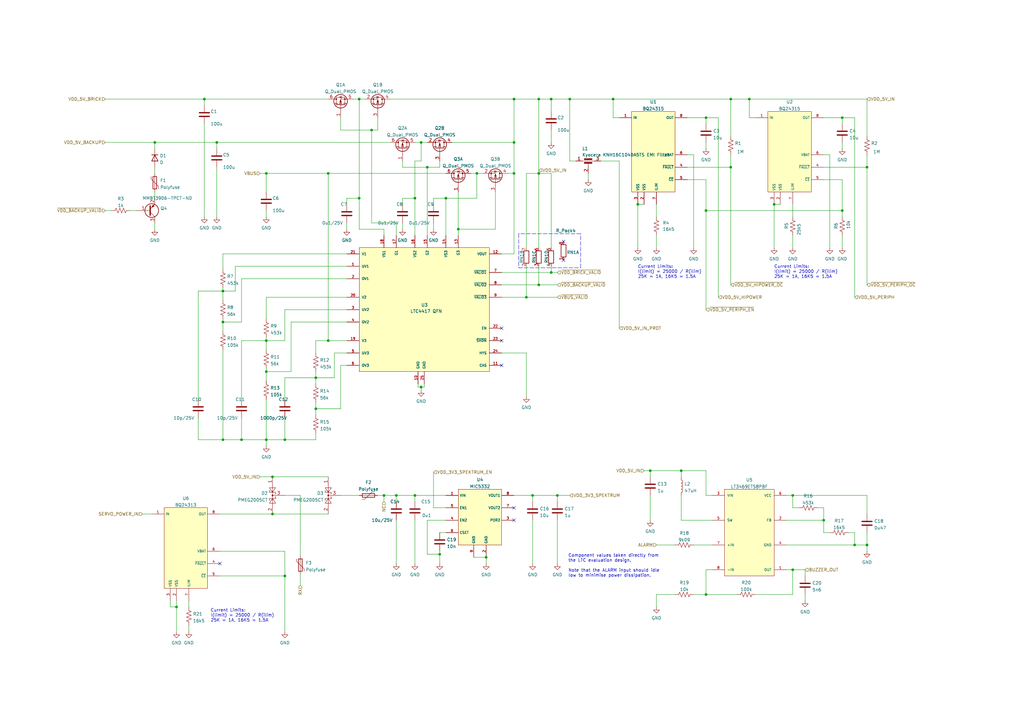
<source format=kicad_sch>
(kicad_sch (version 20211123) (generator eeschema)
  (paper "A3")
  (junction (at 109.22 180.34))
  (junction (at 210.82 40.64))
  (junction (at 345.44 48.26))
  (junction (at 152.4 53.34))
  (junction (at 299.72 40.64))
  (junction (at 88.9 58.42))
  (junction (at 220.98 40.64))
  (junction (at 109.22 139.7))
  (junction (at 307.34 40.64))
  (junction (at 187.96 93.98))
  (junction (at 147.32 40.64))
  (junction (at 355.6 68.58))
  (junction (at 91.44 132.08))
  (junction (at 172.72 158.75))
  (junction (at 170.18 81.28))
  (junction (at 129.54 154.94))
  (junction (at 134.62 71.12))
  (junction (at 226.06 111.76))
  (junction (at 345.44 86.36))
  (junction (at 111.76 210.82))
  (junction (at 220.98 71.12))
  (junction (at 109.22 71.12))
  (junction (at 325.12 233.68))
  (junction (at 226.06 40.64))
  (junction (at 172.72 58.42))
  (junction (at 215.9 121.92))
  (junction (at 63.5 58.42))
  (junction (at 233.68 40.64))
  (junction (at 91.44 119.38))
  (junction (at 289.56 243.84))
  (junction (at 182.88 81.28))
  (junction (at 116.84 180.34))
  (junction (at 337.82 213.36))
  (junction (at 289.56 86.36))
  (junction (at 220.98 116.84))
  (junction (at 111.76 195.58))
  (junction (at 228.6 203.2))
  (junction (at 175.26 68.58))
  (junction (at 162.56 203.2))
  (junction (at 129.54 167.64))
  (junction (at 251.46 40.64))
  (junction (at 109.22 152.4))
  (junction (at 91.44 180.34))
  (junction (at 289.56 48.26))
  (junction (at 170.18 203.2))
  (junction (at 72.39 248.92))
  (junction (at 195.58 71.12))
  (junction (at 299.72 68.58))
  (junction (at 99.06 180.34))
  (junction (at 210.82 71.12))
  (junction (at 261.62 83.82))
  (junction (at 134.62 139.7))
  (junction (at 147.32 81.28))
  (junction (at 157.48 203.2))
  (junction (at 350.52 223.52))
  (junction (at 279.4 193.04))
  (junction (at 116.84 236.22))
  (junction (at 317.5 83.82))
  (junction (at 355.6 223.52))
  (junction (at 266.7 193.04))
  (junction (at 83.82 40.64))
  (junction (at 180.34 227.33))
  (junction (at 199.39 228.6))
  (junction (at 210.82 58.42))
  (junction (at 218.44 203.2))
  (junction (at 325.12 203.2))
  (no_connect (at 231.14 99.06))
  (no_connect (at 231.14 106.68))
  (no_connect (at 90.17 231.14))
  (no_connect (at 210.82 208.28))
  (no_connect (at 210.82 213.36))
  (no_connect (at 205.74 134.62))
  (no_connect (at 205.74 139.7))
  (no_connect (at 205.74 149.86))
  (wire (pts (xy 129.54 167.64) (xy 129.54 170.18)))
  (wire (pts (xy 116.84 139.7) (xy 109.22 139.7)))
  (wire (pts (xy 170.18 205.74) (xy 170.18 203.2)))
  (wire (pts (xy 147.32 81.28) (xy 142.24 81.28)))
  (wire (pts (xy 264.16 193.04) (xy 266.7 193.04)))
  (wire (pts (xy 215.9 121.92) (xy 228.6 121.92)))
  (wire (pts (xy 90.17 210.82) (xy 111.76 210.82)))
  (wire (pts (xy 299.72 40.64) (xy 307.34 40.64)))
  (polyline (pts (xy 238.125 95.885) (xy 212.725 95.885)))
  (wire (pts (xy 330.2 236.22) (xy 330.2 233.68)))
  (wire (pts (xy 99.06 171.45) (xy 99.06 180.34)))
  (wire (pts (xy 279.4 193.04) (xy 289.56 193.04)))
  (wire (pts (xy 173.99 157.48) (xy 173.99 158.75)))
  (wire (pts (xy 175.26 213.36) (xy 175.26 227.33)))
  (wire (pts (xy 289.56 203.2) (xy 292.1 203.2)))
  (wire (pts (xy 294.64 48.26) (xy 294.64 121.92)))
  (wire (pts (xy 147.32 81.28) (xy 147.32 40.64)))
  (wire (pts (xy 91.44 110.49) (xy 91.44 104.14)))
  (wire (pts (xy 205.74 104.14) (xy 210.82 104.14)))
  (wire (pts (xy 345.44 58.42) (xy 345.44 60.96)))
  (wire (pts (xy 180.34 218.44) (xy 182.88 218.44)))
  (wire (pts (xy 109.22 139.7) (xy 109.22 143.51)))
  (wire (pts (xy 109.22 180.34) (xy 116.84 180.34)))
  (wire (pts (xy 139.7 149.86) (xy 139.7 167.64)))
  (wire (pts (xy 355.6 63.5) (xy 355.6 68.58)))
  (wire (pts (xy 172.72 58.42) (xy 175.26 58.42)))
  (wire (pts (xy 215.9 101.6) (xy 215.9 71.12)))
  (wire (pts (xy 330.2 233.68) (xy 325.12 233.68)))
  (wire (pts (xy 180.34 227.33) (xy 180.34 231.14)))
  (wire (pts (xy 162.56 213.36) (xy 162.56 231.14)))
  (wire (pts (xy 177.8 91.44) (xy 177.8 93.98)))
  (wire (pts (xy 218.44 213.36) (xy 218.44 231.14)))
  (wire (pts (xy 123.19 203.2) (xy 116.84 203.2)))
  (wire (pts (xy 137.16 154.94) (xy 129.54 154.94)))
  (wire (pts (xy 99.06 139.7) (xy 99.06 163.83)))
  (wire (pts (xy 284.48 63.5) (xy 281.94 63.5)))
  (wire (pts (xy 72.39 248.92) (xy 72.39 259.08)))
  (wire (pts (xy 96.52 109.22) (xy 142.24 109.22)))
  (wire (pts (xy 345.44 48.26) (xy 337.82 48.26)))
  (wire (pts (xy 320.04 83.82) (xy 317.5 83.82)))
  (wire (pts (xy 226.06 45.72) (xy 226.06 40.64)))
  (wire (pts (xy 142.24 144.78) (xy 137.16 144.78)))
  (wire (pts (xy 172.72 58.42) (xy 172.72 66.04)))
  (wire (pts (xy 53.34 86.36) (xy 55.88 86.36)))
  (wire (pts (xy 289.56 86.36) (xy 289.56 127)))
  (wire (pts (xy 205.74 111.76) (xy 226.06 111.76)))
  (wire (pts (xy 289.56 48.26) (xy 281.94 48.26)))
  (wire (pts (xy 279.4 193.04) (xy 279.4 195.58)))
  (wire (pts (xy 226.06 40.64) (xy 220.98 40.64)))
  (wire (pts (xy 144.78 40.64) (xy 147.32 40.64)))
  (wire (pts (xy 220.98 116.84) (xy 228.6 116.84)))
  (wire (pts (xy 330.2 243.84) (xy 330.2 246.38)))
  (wire (pts (xy 218.44 203.2) (xy 210.82 203.2)))
  (wire (pts (xy 254 48.26) (xy 251.46 48.26)))
  (wire (pts (xy 83.82 40.64) (xy 83.82 43.18)))
  (wire (pts (xy 182.88 81.28) (xy 182.88 96.52)))
  (wire (pts (xy 152.4 91.44) (xy 162.56 91.44)))
  (wire (pts (xy 355.6 203.2) (xy 325.12 203.2)))
  (wire (pts (xy 266.7 193.04) (xy 279.4 193.04)))
  (wire (pts (xy 182.88 81.28) (xy 195.58 81.28)))
  (wire (pts (xy 309.88 48.26) (xy 307.34 48.26)))
  (wire (pts (xy 157.48 203.2) (xy 154.94 203.2)))
  (wire (pts (xy 142.24 81.28) (xy 142.24 83.82)))
  (wire (pts (xy 215.9 144.78) (xy 205.74 144.78)))
  (wire (pts (xy 317.5 83.82) (xy 317.5 101.6)))
  (wire (pts (xy 292.1 213.36) (xy 279.4 213.36)))
  (wire (pts (xy 142.24 127) (xy 116.84 127)))
  (wire (pts (xy 43.18 86.36) (xy 45.72 86.36)))
  (wire (pts (xy 355.6 210.82) (xy 355.6 203.2)))
  (wire (pts (xy 194.31 228.6) (xy 199.39 228.6)))
  (wire (pts (xy 226.06 111.76) (xy 226.06 109.22)))
  (wire (pts (xy 228.6 203.2) (xy 228.6 205.74)))
  (polyline (pts (xy 238.125 109.855) (xy 238.125 95.885)))
  (wire (pts (xy 142.24 149.86) (xy 139.7 149.86)))
  (wire (pts (xy 171.45 157.48) (xy 171.45 158.75)))
  (wire (pts (xy 129.54 180.34) (xy 116.84 180.34)))
  (wire (pts (xy 210.82 58.42) (xy 210.82 40.64)))
  (wire (pts (xy 157.48 93.98) (xy 147.32 93.98)))
  (wire (pts (xy 109.22 71.12) (xy 134.62 71.12)))
  (wire (pts (xy 325.12 208.28) (xy 325.12 203.2)))
  (wire (pts (xy 205.74 121.92) (xy 215.9 121.92)))
  (wire (pts (xy 88.9 58.42) (xy 160.02 58.42)))
  (wire (pts (xy 116.84 163.83) (xy 116.84 154.94)))
  (wire (pts (xy 123.19 240.03) (xy 123.19 235.585)))
  (wire (pts (xy 322.58 213.36) (xy 337.82 213.36)))
  (wire (pts (xy 269.24 83.82) (xy 269.24 88.9)))
  (wire (pts (xy 116.84 171.45) (xy 116.84 180.34)))
  (wire (pts (xy 269.24 243.84) (xy 276.86 243.84)))
  (wire (pts (xy 340.36 101.6) (xy 340.36 63.5)))
  (wire (pts (xy 109.22 180.34) (xy 109.22 182.88)))
  (wire (pts (xy 63.5 91.44) (xy 63.5 93.98)))
  (wire (pts (xy 215.9 71.12) (xy 220.98 71.12)))
  (wire (pts (xy 187.96 78.74) (xy 187.96 93.98)))
  (wire (pts (xy 109.22 138.43) (xy 109.22 139.7)))
  (wire (pts (xy 236.22 66.04) (xy 233.68 66.04)))
  (wire (pts (xy 307.34 48.26) (xy 307.34 40.64)))
  (wire (pts (xy 170.18 96.52) (xy 170.18 81.28)))
  (wire (pts (xy 177.8 193.675) (xy 177.8 208.28)))
  (wire (pts (xy 81.28 163.83) (xy 81.28 119.38)))
  (wire (pts (xy 233.68 40.64) (xy 251.46 40.64)))
  (wire (pts (xy 289.56 48.26) (xy 294.64 48.26)))
  (wire (pts (xy 152.4 53.34) (xy 139.7 53.34)))
  (wire (pts (xy 327.66 208.28) (xy 325.12 208.28)))
  (wire (pts (xy 284.48 243.84) (xy 289.56 243.84)))
  (wire (pts (xy 289.56 233.68) (xy 292.1 233.68)))
  (wire (pts (xy 69.85 248.92) (xy 72.39 248.92)))
  (wire (pts (xy 233.68 203.2) (xy 228.6 203.2)))
  (wire (pts (xy 134.62 71.12) (xy 134.62 139.7)))
  (wire (pts (xy 170.18 203.2) (xy 182.88 203.2)))
  (wire (pts (xy 147.32 40.64) (xy 149.86 40.64)))
  (wire (pts (xy 91.44 132.08) (xy 91.44 135.89)))
  (wire (pts (xy 99.06 114.3) (xy 142.24 114.3)))
  (wire (pts (xy 345.44 73.66) (xy 345.44 86.36)))
  (wire (pts (xy 63.5 58.42) (xy 88.9 58.42)))
  (wire (pts (xy 119.38 152.4) (xy 109.22 152.4)))
  (wire (pts (xy 91.44 180.34) (xy 99.06 180.34)))
  (wire (pts (xy 325.12 233.68) (xy 322.58 233.68)))
  (wire (pts (xy 129.54 139.7) (xy 134.62 139.7)))
  (wire (pts (xy 355.6 55.88) (xy 355.6 40.64)))
  (wire (pts (xy 345.44 86.36) (xy 345.44 88.9)))
  (wire (pts (xy 289.56 193.04) (xy 289.56 203.2)))
  (wire (pts (xy 170.18 58.42) (xy 172.72 58.42)))
  (wire (pts (xy 199.39 228.6) (xy 199.39 231.14)))
  (wire (pts (xy 154.94 48.26) (xy 154.94 53.34)))
  (wire (pts (xy 99.06 132.08) (xy 99.06 114.3)))
  (wire (pts (xy 289.56 243.84) (xy 289.56 233.68)))
  (wire (pts (xy 129.54 165.1) (xy 129.54 167.64)))
  (wire (pts (xy 215.9 121.92) (xy 215.9 109.22)))
  (wire (pts (xy 347.98 218.44) (xy 350.52 218.44)))
  (wire (pts (xy 58.42 210.82) (xy 62.23 210.82)))
  (wire (pts (xy 210.82 71.12) (xy 210.82 104.14)))
  (wire (pts (xy 337.82 73.66) (xy 345.44 73.66)))
  (wire (pts (xy 246.38 66.04) (xy 254 66.04)))
  (wire (pts (xy 193.04 71.12) (xy 195.58 71.12)))
  (wire (pts (xy 116.84 259.08) (xy 116.84 236.22)))
  (wire (pts (xy 220.98 71.12) (xy 220.98 101.6)))
  (wire (pts (xy 177.8 83.82) (xy 177.8 81.28)))
  (wire (pts (xy 203.2 78.74) (xy 203.2 93.98)))
  (wire (pts (xy 187.96 93.98) (xy 187.96 96.52)))
  (wire (pts (xy 289.56 86.36) (xy 345.44 86.36)))
  (wire (pts (xy 134.62 139.7) (xy 142.24 139.7)))
  (wire (pts (xy 175.26 68.58) (xy 180.34 68.58)))
  (wire (pts (xy 81.28 119.38) (xy 91.44 119.38)))
  (wire (pts (xy 355.6 68.58) (xy 337.82 68.58)))
  (wire (pts (xy 337.82 218.44) (xy 337.82 213.36)))
  (wire (pts (xy 139.7 203.2) (xy 147.32 203.2)))
  (wire (pts (xy 109.22 151.13) (xy 109.22 152.4)))
  (wire (pts (xy 233.68 66.04) (xy 233.68 40.64)))
  (wire (pts (xy 111.76 195.58) (xy 134.62 195.58)))
  (wire (pts (xy 119.38 132.08) (xy 119.38 152.4)))
  (wire (pts (xy 210.82 40.64) (xy 220.98 40.64)))
  (wire (pts (xy 345.44 50.8) (xy 345.44 48.26)))
  (wire (pts (xy 350.52 48.26) (xy 350.52 121.92)))
  (wire (pts (xy 162.56 203.2) (xy 157.48 203.2)))
  (wire (pts (xy 129.54 154.94) (xy 129.54 157.48)))
  (wire (pts (xy 279.4 213.36) (xy 279.4 203.2)))
  (wire (pts (xy 337.82 213.36) (xy 337.82 208.28)))
  (wire (pts (xy 220.98 116.84) (xy 205.74 116.84)))
  (wire (pts (xy 251.46 48.26) (xy 251.46 40.64)))
  (wire (pts (xy 299.72 68.58) (xy 281.94 68.58)))
  (wire (pts (xy 139.7 167.64) (xy 129.54 167.64)))
  (wire (pts (xy 170.18 213.36) (xy 170.18 231.14)))
  (wire (pts (xy 269.24 248.92) (xy 269.24 243.84)))
  (wire (pts (xy 350.52 223.52) (xy 322.58 223.52)))
  (wire (pts (xy 170.18 81.28) (xy 170.18 66.04)))
  (wire (pts (xy 171.45 158.75) (xy 172.72 158.75)))
  (wire (pts (xy 96.52 119.38) (xy 96.52 109.22)))
  (wire (pts (xy 91.44 132.08) (xy 99.06 132.08)))
  (wire (pts (xy 43.18 40.64) (xy 83.82 40.64)))
  (wire (pts (xy 195.58 71.12) (xy 195.58 81.28)))
  (wire (pts (xy 281.94 73.66) (xy 289.56 73.66)))
  (wire (pts (xy 109.22 152.4) (xy 109.22 156.21)))
  (wire (pts (xy 185.42 58.42) (xy 210.82 58.42)))
  (wire (pts (xy 142.24 91.44) (xy 142.24 93.98)))
  (wire (pts (xy 182.88 213.36) (xy 175.26 213.36)))
  (wire (pts (xy 77.47 256.54) (xy 77.47 259.08)))
  (wire (pts (xy 116.84 236.22) (xy 116.84 226.06)))
  (wire (pts (xy 177.8 81.28) (xy 182.88 81.28)))
  (wire (pts (xy 139.7 53.34) (xy 139.7 48.26)))
  (wire (pts (xy 325.12 96.52) (xy 325.12 101.6)))
  (polyline (pts (xy 212.725 95.885) (xy 212.725 109.855)))
  (wire (pts (xy 337.82 208.28) (xy 335.28 208.28)))
  (wire (pts (xy 165.1 68.58) (xy 165.1 66.04)))
  (wire (pts (xy 299.72 55.88) (xy 299.72 40.64)))
  (wire (pts (xy 220.98 40.64) (xy 220.98 71.12)))
  (wire (pts (xy 162.56 91.44) (xy 162.56 96.52)))
  (wire (pts (xy 147.32 93.98) (xy 147.32 81.28)))
  (wire (pts (xy 345.44 48.26) (xy 350.52 48.26)))
  (wire (pts (xy 355.6 68.58) (xy 355.6 116.84)))
  (wire (pts (xy 266.7 195.58) (xy 266.7 193.04)))
  (wire (pts (xy 72.39 246.38) (xy 72.39 248.92)))
  (wire (pts (xy 129.54 139.7) (xy 129.54 144.78)))
  (wire (pts (xy 284.48 101.6) (xy 284.48 63.5)))
  (wire (pts (xy 129.54 152.4) (xy 129.54 154.94)))
  (wire (pts (xy 289.56 73.66) (xy 289.56 86.36)))
  (wire (pts (xy 226.06 71.12) (xy 220.98 71.12)))
  (wire (pts (xy 254 66.04) (xy 254 134.62)))
  (wire (pts (xy 91.44 143.51) (xy 91.44 180.34)))
  (wire (pts (xy 43.18 58.42) (xy 63.5 58.42)))
  (wire (pts (xy 226.06 111.76) (xy 228.6 111.76)))
  (wire (pts (xy 162.56 205.74) (xy 162.56 203.2)))
  (wire (pts (xy 241.3 73.66) (xy 241.3 71.12)))
  (wire (pts (xy 299.72 68.58) (xy 299.72 116.84)))
  (wire (pts (xy 90.17 236.22) (xy 116.84 236.22)))
  (wire (pts (xy 266.7 203.2) (xy 266.7 213.36)))
  (wire (pts (xy 289.56 50.8) (xy 289.56 48.26)))
  (wire (pts (xy 210.82 71.12) (xy 210.82 58.42)))
  (wire (pts (xy 172.72 158.75) (xy 172.72 160.02)))
  (wire (pts (xy 218.44 203.2) (xy 218.44 205.74)))
  (wire (pts (xy 182.88 208.28) (xy 177.8 208.28)))
  (wire (pts (xy 309.88 243.84) (xy 325.12 243.84)))
  (wire (pts (xy 109.22 139.7) (xy 99.06 139.7)))
  (wire (pts (xy 355.6 218.44) (xy 355.6 223.52)))
  (wire (pts (xy 142.24 121.92) (xy 109.22 121.92)))
  (wire (pts (xy 116.84 226.06) (xy 90.17 226.06)))
  (wire (pts (xy 157.48 203.2) (xy 157.48 205.74)))
  (wire (pts (xy 109.22 86.36) (xy 109.22 88.9)))
  (wire (pts (xy 165.1 81.28) (xy 170.18 81.28)))
  (wire (pts (xy 109.22 163.83) (xy 109.22 180.34)))
  (wire (pts (xy 187.96 93.98) (xy 203.2 93.98)))
  (wire (pts (xy 210.82 40.64) (xy 160.02 40.64)))
  (wire (pts (xy 175.26 68.58) (xy 175.26 96.52)))
  (wire (pts (xy 264.16 83.82) (xy 261.62 83.82)))
  (wire (pts (xy 83.82 40.64) (xy 134.62 40.64)))
  (wire (pts (xy 261.62 83.82) (xy 261.62 101.6)))
  (wire (pts (xy 299.72 40.64) (xy 251.46 40.64)))
  (wire (pts (xy 142.24 132.08) (xy 119.38 132.08)))
  (wire (pts (xy 325.12 243.84) (xy 325.12 233.68)))
  (wire (pts (xy 137.16 144.78) (xy 137.16 154.94)))
  (wire (pts (xy 233.68 40.64) (xy 226.06 40.64)))
  (wire (pts (xy 170.18 203.2) (xy 162.56 203.2)))
  (wire (pts (xy 340.36 218.44) (xy 337.82 218.44)))
  (wire (pts (xy 180.34 66.04) (xy 180.34 68.58)))
  (wire (pts (xy 157.48 96.52) (xy 157.48 93.98)))
  (wire (pts (xy 129.54 177.8) (xy 129.54 180.34)))
  (wire (pts (xy 289.56 243.84) (xy 302.26 243.84)))
  (wire (pts (xy 289.56 58.42) (xy 289.56 60.96)))
  (wire (pts (xy 99.06 180.34) (xy 109.22 180.34)))
  (wire (pts (xy 269.24 96.52) (xy 269.24 101.6)))
  (wire (pts (xy 63.5 68.58) (xy 63.5 71.12)))
  (wire (pts (xy 165.1 91.44) (xy 165.1 93.98)))
  (wire (pts (xy 228.6 203.2) (xy 218.44 203.2)))
  (wire (pts (xy 180.34 227.33) (xy 180.34 226.06)))
  (wire (pts (xy 345.44 96.52) (xy 345.44 101.6)))
  (wire (pts (xy 91.44 104.14) (xy 142.24 104.14)))
  (wire (pts (xy 195.58 71.12) (xy 198.12 71.12)))
  (wire (pts (xy 106.68 71.12) (xy 109.22 71.12)))
  (wire (pts (xy 123.19 203.2) (xy 123.19 227.965)))
  (wire (pts (xy 81.28 171.45) (xy 81.28 180.34)))
  (wire (pts (xy 91.44 119.38) (xy 96.52 119.38)))
  (wire (pts (xy 172.72 158.75) (xy 173.99 158.75)))
  (wire (pts (xy 88.9 68.58) (xy 88.9 88.9)))
  (wire (pts (xy 106.68 195.58) (xy 111.76 195.58)))
  (wire (pts (xy 152.4 53.34) (xy 152.4 91.44)))
  (wire (pts (xy 77.47 246.38) (xy 77.47 248.92)))
  (wire (pts (xy 134.62 71.12) (xy 182.88 71.12)))
  (wire (pts (xy 165.1 83.82) (xy 165.1 81.28)))
  (wire (pts (xy 116.84 127) (xy 116.84 139.7)))
  (wire (pts (xy 63.5 60.96) (xy 63.5 58.42)))
  (wire (pts (xy 325.12 83.82) (xy 325.12 88.9)))
  (wire (pts (xy 165.1 68.58) (xy 175.26 68.58)))
  (wire (pts (xy 91.44 119.38) (xy 91.44 123.19)))
  (wire (pts (xy 284.48 223.52) (xy 292.1 223.52)))
  (wire (pts (xy 226.06 101.6) (xy 226.06 71.12)))
  (wire (pts (xy 116.84 154.94) (xy 129.54 154.94)))
  (wire (pts (xy 226.06 53.34) (xy 226.06 58.42)))
  (wire (pts (xy 208.28 71.12) (xy 210.82 71.12)))
  (wire (pts (xy 228.6 213.36) (xy 228.6 231.14)))
  (wire (pts (xy 109.22 71.12) (xy 109.22 78.74)))
  (wire (pts (xy 175.26 227.33) (xy 180.34 227.33)))
  (wire (pts (xy 269.24 223.52) (xy 276.86 223.52)))
  (wire (pts (xy 325.12 203.2) (xy 322.58 203.2)))
  (wire (pts (xy 220.98 109.22) (xy 220.98 116.84)))
  (wire (pts (xy 170.18 66.04) (xy 172.72 66.04)))
  (wire (pts (xy 307.34 40.64) (xy 355.6 40.64)))
  (wire (pts (xy 299.72 63.5) (xy 299.72 68.58)))
  (wire (pts (xy 111.76 210.82) (xy 134.62 210.82)))
  (wire (pts (xy 340.36 63.5) (xy 337.82 63.5)))
  (wire (pts (xy 69.85 246.38) (xy 69.85 248.92)))
  (wire (pts (xy 355.6 223.52) (xy 350.52 223.52)))
  (wire (pts (xy 91.44 130.81) (xy 91.44 132.08)))
  (wire (pts (xy 88.9 60.96) (xy 88.9 58.42)))
  (wire (pts (xy 91.44 118.11) (xy 91.44 119.38)))
  (wire (pts (xy 215.9 162.56) (xy 215.9 144.78)))
  (wire (pts (xy 154.94 53.34) (xy 152.4 53.34)))
  (wire (pts (xy 83.82 50.8) (xy 83.82 88.9)))
  (wire (pts (xy 350.52 218.44) (xy 350.52 223.52)))
  (wire (pts (xy 81.28 180.34) (xy 91.44 180.34)))
  (wire (pts (xy 109.22 121.92) (xy 109.22 130.81)))
  (wire (pts (xy 63.5 78.74) (xy 63.5 81.28)))
  (wire (pts (xy 355.6 226.06) (xy 355.6 223.52)))
  (polyline (pts (xy 212.725 109.855) (xy 238.125 109.855)))
  (text "Current Limits:\nI(limit) = 25000 / R(ilim)\n25K = 1A, 16K5 = 1.5A" (at 261.62 114.3 0) (effects (font (size 1.27 1.27)) (justify left bottom)))
  (text "Component values taken directly from\nthe LTC evaluation design.\n\nNote that the ALARM input should idle\nlow to minimise power dissipation." (at 233.045 236.855 0) (effects (font (size 1.27 1.27)) (justify left bottom)))
  (text "Current Limits:\nI(limit) = 25000 / R(ilim)\n25K = 1A, 16K5 = 1.5A" (at 86.36 255.27 0) (effects (font (size 1.27 1.27)) (justify left bottom)))
  (text "Current Limits:\nI(limit) = 25000 / R(ilim)\n25K = 1A, 16K5 = 1.5A" (at 317.5 114.3 0) (effects (font (size 1.27 1.27)) (justify left bottom)))
  (hierarchical_label "VDD_3V3_SPEKTRUM_EN" (shape input) (at 177.8 193.675 0))
  (hierarchical_label "ALARM" (shape input) (at 269.24 223.52 180))
  (hierarchical_label "~{VDD_BRICK_VALID}" (shape input) (at 228.6 111.76 0))
  (hierarchical_label "VDD_3V3_SPEKTRUM" (shape input) (at 233.68 203.2 0))
  (hierarchical_label "~{VDD_BACKUP_VALID}" (shape input) (at 228.6 116.84 0))
  (hierarchical_label "VDD_5V_BRICK" (shape input) (at 43.18 40.64 180))
  (hierarchical_label "NC" (shape input) (at 157.48 205.74 270))
  (hierarchical_label "~{VBUS_VALID}" (shape input) (at 228.6 121.92 0))
  (hierarchical_label "VDD_5V_BACKUP" (shape input) (at 43.18 58.42 180))
  (hierarchical_label "VDD_5V_HIPOWER" (shape input) (at 294.64 121.92 0))
  (hierarchical_label "VBUS" (shape input) (at 106.68 71.12 180))
  (hierarchical_label "VDD_5V_IN" (shape input) (at 264.16 193.04 180))
  (hierarchical_label "BUZZER_OUT" (shape input) (at 330.2 233.68 0))
  (hierarchical_label "~{VDD_5V_PERIPH_EN}" (shape input) (at 289.56 127 0))
  (hierarchical_label "~{VDD_5V_PERIPH_OC}" (shape input) (at 355.6 116.84 0))
  (hierarchical_label "SERVO_POWER_IN" (shape input) (at 58.42 210.82 180))
  (hierarchical_label "RX" (shape input) (at 123.19 240.03 270))
  (hierarchical_label "VDD_5V_IN" (shape input) (at 355.6 40.64 0))
  (hierarchical_label "~{VDD_5V_HIPOWER_OC}" (shape input) (at 299.72 116.84 0))
  (hierarchical_label "VDD_5V_IN" (shape input) (at 220.98 69.85 0))
  (hierarchical_label "~{VDD_BACKUP_VALID}" (shape input) (at 43.18 86.36 180))
  (hierarchical_label "VDD_5V_PERIPH" (shape input) (at 350.52 121.92 0))
  (hierarchical_label "VDD_5V_IN_PROT" (shape input) (at 254 134.62 0))
  (hierarchical_label "VDD_5V_IN" (shape input) (at 106.68 195.58 180))
  (symbol (lib_id "Device:C") (at 165.1 87.63 0) (unit 1)
    (property "Reference" "C8" (at 162.56 83.82 0) (effects (justify left)))
    (property "Value" "0u1/25V" (at 154.94 91.44 0) (effects (justify left)))
    (property "Footprint" "Capacitor_SMD:C_0402_1005Metric" (effects hide))
    (property "PartID" "445-7348-1-ND" (effects hide))
  )
  (symbol (lib_id "Device:C") (at 162.56 209.55 0) (unit 1)
    (property "Reference" "C14" (at 160.02 205.74 0) (effects (justify left)))
    (property "Value" "10u/25V" (at 152.4 213.36 0) (effects (justify left)))
    (property "Footprint" "Capacitor_SMD:C_0805_2012Metric" (effects hide))
    (property "PartID" "1276-2891-1-ND" (effects hide))
  )
  (symbol (lib_id "Device:R_US") (at 91.44 114.3 0) (unit 1)
    (property "Reference" "R7" (at 93.091 113.3915 0) (effects (justify left)))
    (property "Value" "453k" (at 93.091 116.1666 0) (effects (justify left)))
    (property "Footprint" "Resistor_SMD:R_0402_1005Metric" (effects hide))
    (property "PartID" "RMCF0402FT453KCT-ND" (effects hide))
  )
  (symbol (lib_id "Device:R_US") (at 91.44 127 0) (unit 1)
    (property "Reference" "R8" (at 93.091 126.0915 0) (effects (justify left)))
    (property "Value" "56k" (at 93.091 128.8666 0) (effects (justify left)))
    (property "Footprint" "Resistor_SMD:R_0402_1005Metric" (effects hide))
    (property "PartID" "P56KDCCT-ND" (effects hide))
  )
  (symbol (lib_name "R_Pack04_SIP_Split_1") (lib_id "Device:R_Pack04_SIP_Split") (at 215.9 105.41 0) (unit 2)
    (property "Reference" "RN1" (at 213.995 107.95 90) (effects (justify left)))
    (property "Value" "R_Pack4" (effects hide))
    (property "Footprint" "libraries:EXB28V105JX" (effects hide))
    (property "PartID" "Y7105CT-ND" (effects hide))
  )
  (symbol (lib_id "power:GND") (at 165.1 93.98 0) (unit 1)
    (property "Reference" "#PWR035" (effects hide))
    (property "Value" "GND" (at 165.1 98.5425 0))
  )
  (symbol (lib_id "Diode:BAT54C") (at 111.76 203.2 90) (mirror x) (unit 1)
    (property "Reference" "D2" (at 109.855 202.2915 90) (effects (justify left)))
    (property "Value" "PMEG2005CT" (at 109.855 205.0666 90) (effects (justify left)))
    (property "Footprint" "Package_TO_SOT_SMD:SOT-23" (effects hide))
    (property "Datasheet" "http://www.diodes.com/_files/datasheets/ds11005.pdf" (effects hide))
    (property "PartID" "568-6500-1-ND" (effects hide))
  )
  (symbol (lib_id "Device:C") (at 266.7 199.39 0) (unit 1)
    (property "Reference" "C13" (at 269.621 198.4815 0) (effects (justify left)))
    (property "Value" "1u" (at 269.621 201.2566 0) (effects (justify left)))
    (property "Footprint" "Capacitor_SMD:C_0603_1608Metric" (effects hide))
    (property "PartID" "311-1372-1-ND" (effects hide))
  )
  (symbol (lib_id "Device:C") (at 88.9 64.77 0) (unit 1)
    (property "Reference" "C5" (at 91.44 63.5 0) (effects (justify left)))
    (property "Value" "100u" (at 91.44 68.58 0) (effects (justify left)))
    (property "Footprint" "Capacitor_SMD:C_1206_3216Metric" (effects hide))
    (property "PartID" "445-6007-1-ND" (effects hide))
  )
  (symbol (lib_id "power:GND") (at 162.56 231.14 0) (unit 1)
    (property "Reference" "#PWR049" (effects hide))
    (property "Value" "GND" (at 162.56 235.7025 0))
  )
  (symbol (lib_id "Device:Q_Dual_PMOS_G1S2G2D2S1D1") (at 165.1 60.96 90) (unit 1)
    (property "Reference" "Q2" (at 165.1 52.5485 90))
    (property "Value" "Q_Dual_PMOS" (at 165.1 55.3236 90))
    (property "Footprint" "libraries:RESCAXE64P320X160X70-10N" (effects hide))
    (property "PartID" "NTHD4102PT1GOSCT-ND" (effects hide))
  )
  (symbol (lib_id "Device:C") (at 345.44 54.61 0) (unit 1)
    (property "Reference" "C4" (at 348.361 53.7015 0) (effects (justify left)))
    (property "Value" "10u" (at 348.361 56.4766 0) (effects (justify left)))
    (property "Footprint" "Capacitor_SMD:C_0603_1608Metric" (effects hide))
    (property "PartID" "445-7486-1-ND" (effects hide))
  )
  (symbol (lib_id "Device:C") (at 99.06 167.64 0) (unit 1)
    (property "Reference" "C11" (at 96.52 163.83 0) (effects (justify left)))
    (property "Value" "10p/25V" (at 88.9 171.45 0) (effects (justify left)))
    (property "Footprint" "Capacitor_SMD:C_0402_1005Metric" (effects hide))
    (property "PartID" "399-7746-1-ND" (effects hide))
  )
  (symbol (lib_id "Device:C") (at 330.2 240.03 0) (unit 1)
    (property "Reference" "C20" (at 333.121 239.1215 0) (effects (justify left)))
    (property "Value" "5n6" (at 333.121 241.8966 0) (effects (justify left)))
    (property "Footprint" "Capacitor_SMD:C_0402_1005Metric" (effects hide))
    (property "PartID" "399-3073-1-ND" (effects hide))
  )
  (symbol (lib_id "Device:R_US") (at 109.22 147.32 0) (unit 1)
    (property "Reference" "R11" (at 110.871 146.4115 0) (effects (justify left)))
    (property "Value" "56k" (at 110.871 149.1866 0) (effects (justify left)))
    (property "Footprint" "Resistor_SMD:R_0402_1005Metric" (effects hide))
    (property "PartID" "P56KDCCT-ND" (effects hide))
  )
  (symbol (lib_name "R_Pack04_SIP_Split_2") (lib_id "Device:R_Pack04_SIP_Split") (at 220.98 105.41 0) (unit 3)
    (property "Reference" "RN1" (at 219.075 107.95 90) (effects (justify left)))
    (property "Value" "R_Pack4" (at 227.965 94.615 0) (effects (justify left)))
    (property "Footprint" "libraries:EXB28V105JX" (effects hide))
    (property "PartID" "Y7105CT-ND" (effects hide))
  )
  (symbol (lib_id "power:GND") (at 77.47 259.08 0) (unit 1)
    (property "Reference" "#PWR058" (effects hide))
    (property "Value" "GND" (at 77.47 263.6425 0))
  )
  (symbol (lib_id "Device:C") (at 83.82 46.99 0) (unit 1)
    (property "Reference" "C1" (at 86.36 45.72 0) (effects (justify left)))
    (property "Value" "100u" (at 86.36 50.8 0) (effects (justify left)))
    (property "Footprint" "Capacitor_SMD:C_1206_3216Metric" (effects hide))
    (property "PartID" "445-6007-1-ND" (effects hide))
  )
  (symbol (lib_id "power:GND") (at 340.36 101.6 0) (unit 1)
    (property "Reference" "#PWR042" (effects hide))
    (property "Value" "GND" (at 340.36 106.1625 0))
  )
  (symbol (lib_id "power:GND") (at 261.62 101.6 0) (unit 1)
    (property "Reference" "#PWR037" (effects hide))
    (property "Value" "GND" (at 261.62 106.1625 0))
  )
  (symbol (lib_id "Device:R_US") (at 129.54 148.59 0) (unit 1)
    (property "Reference" "R12" (at 131.191 147.6815 0) (effects (justify left)))
    (property "Value" "453k" (at 131.191 150.4566 0) (effects (justify left)))
    (property "Footprint" "Resistor_SMD:R_0402_1005Metric" (effects hide))
    (property "PartID" "RMCF0402FT453KCT-ND" (effects hide))
  )
  (symbol (lib_id "power:GND") (at 170.18 231.14 0) (unit 1)
    (property "Reference" "#PWR050" (effects hide))
    (property "Value" "GND" (at 170.18 235.7025 0))
  )
  (symbol (lib_id "power:GND") (at 72.39 259.08 0) (unit 1)
    (property "Reference" "#PWR057" (effects hide))
    (property "Value" "GND" (at 72.39 263.6425 0))
  )
  (symbol (lib_id "Device:Q_Dual_PMOS_G1S2G2D2S1D1") (at 139.7 43.18 90) (unit 1)
    (property "Reference" "Q1" (at 139.7 34.7685 90))
    (property "Value" "Q_Dual_PMOS" (at 139.7 37.5436 90))
    (property "Footprint" "libraries:RESCAXE64P320X160X70-10N" (effects hide))
    (property "PartID" "NTHD4102PT1GOSCT-ND" (effects hide))
  )
  (symbol (lib_id "power:GND") (at 317.5 101.6 0) (unit 1)
    (property "Reference" "#PWR040" (effects hide))
    (property "Value" "GND" (at 317.5 106.1625 0))
  )
  (symbol (lib_id "power:GND") (at 355.6 226.06 0) (unit 1)
    (property "Reference" "#PWR048" (effects hide))
    (property "Value" "GND" (at 355.6 230.6225 0))
  )
  (symbol (lib_id "LT3469ETS8:LT3469ETS8PBF") (at 307.34 219.075 0) (unit 1)
    (property "Reference" "U5" (at 307.34 196.8205 0))
    (property "Value" "LT3469ETS8PBF" (at 307.34 199.5956 0))
    (property "Footprint" "Linear_Technology-LT3469ETS8PBF-*" (effects hide))
    (property "Datasheet" "http://cds.linear.com/docs/en/datasheet/3469f.pdf" (effects hide))
    (property "Code  JEDEC" "MO-193" (effects hide))
    (property "Component Link 1 Description" "Manufacturer URL" (effects hide))
    (property "Component Link 1 URL" "http://www.linear.com/" (effects hide))
    (property "Component Link 3 Description" "Package Specification" (effects hide))
    (property "Component Link 3 URL" "http://cds.linear.com/docs/en/packaging/SOT_8_05-08-1637.pdf" (effects hide))
    (property "Mounting Technology" "Surface Mount" (effects hide))
    (property "Number of Outputs" "1" (effects hide))
    (property "Package Description" "8-Pin Plastic TSOT-23, Body 2.9 x 1.63 mm, Pitch 0.65 mm" (effects hide))
    (property "Package Version" "Rev. A, 08/2010" (effects hide))
    (property "category" "IC" (effects hide))
    (property "ciiva ids" "2944133" (effects hide))
    (property "library id" "5dbba2a41eee83f3" (effects hide))
    (property "manufacturer" "Linear Technology" (effects hide))
    (property "package" "TS8-8" (effects hide))
    (property "release date" "1377839658" (effects hide))
    (property "rohs" "Yes" (effects hide))
    (property "vault revision" "E5E46170-05CA-43E0-ABCC-429B2364D8D1" (effects hide))
    (property "imported" "yes" (effects hide))
  )
  (symbol (lib_id "Device:Filter_EMI_C") (at 241.3 68.58 0) (unit 1)
    (property "Reference" "L1" (at 238.76 60.96 0) (effects (justify left)))
    (property "Value" "Kyocera KNH16C104DA5TS EMI Filter" (at 238.76 63.5 0) (effects (justify left)))
    (property "Footprint" "Fuse:Fuse_0603_1608Metric" (effects hide))
    (property "Datasheet" "http://www.murata.com/~/media/webrenewal/support/library/catalog/products/emc/emifil/c31e.ashx?la=en-gb" (effects hide))
  )
  (symbol (lib_id "Device:Q_Dual_PMOS_G1S2G2D2S1D1") (at 154.94 43.18 270) (mirror x) (unit 2)
    (property "Reference" "Q1" (at 154.94 34.7685 90))
    (property "Value" "Q_Dual_PMOS" (at 154.94 37.5436 90))
    (property "Footprint" "libraries:RESCAXE64P320X160X70-10N" (effects hide))
    (property "PartID" "NTHD4102PT1GOSCT-ND" (effects hide))
  )
  (symbol (lib_id "Device:Q_Dual_PMOS_G1S2G2D2S1D1") (at 203.2 73.66 270) (mirror x) (unit 2)
    (property "Reference" "Q3" (at 203.2 65.2485 90))
    (property "Value" "Q_Dual_PMOS" (at 203.2 68.0236 90))
    (property "Footprint" "libraries:RESCAXE64P320X160X70-10N" (effects hide))
    (property "PartID" "NTHD4102PT1GOSCT-ND" (effects hide))
  )
  (symbol (lib_id "power:GND") (at 116.84 259.08 0) (unit 1)
    (property "Reference" "#PWR059" (effects hide))
    (property "Value" "GND" (at 116.84 263.6425 0))
  )
  (symbol (lib_id "power:GND") (at 109.22 182.88 0) (unit 1)
    (property "Reference" "#PWR046" (effects hide))
    (property "Value" "GND" (at 109.22 187.4425 0))
  )
  (symbol (lib_id "power:GND") (at 180.34 231.14 0) (unit 1)
    (property "Reference" "#PWR051" (effects hide))
    (property "Value" "GND" (at 180.34 235.7025 0))
  )
  (symbol (lib_id "Device:C") (at 226.06 49.53 0) (unit 1)
    (property "Reference" "C2" (at 228.6 48.26 0) (effects (justify left)))
    (property "Value" "100u" (at 228.6 53.34 0) (effects (justify left)))
    (property "Footprint" "Capacitor_SMD:C_1206_3216Metric" (effects hide))
    (property "PartID" "445-6007-1-ND" (effects hide))
  )
  (symbol (lib_id "Device:C") (at 177.8 87.63 0) (unit 1)
    (property "Reference" "C9" (at 175.26 83.82 0) (effects (justify left)))
    (property "Value" "0u1/25V" (at 167.64 91.44 0) (effects (justify left)))
    (property "Footprint" "Capacitor_SMD:C_0402_1005Metric" (effects hide))
    (property "PartID" "445-7348-1-ND" (effects hide))
  )
  (symbol (lib_id "Device:R_US") (at 77.47 252.73 0) (unit 1)
    (property "Reference" "R21" (at 79.121 251.8215 0) (effects (justify left)))
    (property "Value" "16k5" (at 79.121 254.5966 0) (effects (justify left)))
    (property "Footprint" "Resistor_SMD:R_0402_1005Metric" (effects hide))
    (property "PartID" "RMCF0402FT16K5CT-ND" (effects hide))
  )
  (symbol (lib_id "Device:D") (at 63.5 64.77 270) (unit 1)
    (property "Reference" "D1" (at 65.532 63.8615 90) (effects (justify left)))
    (property "Value" "D" (at 65.532 66.6366 90) (effects (justify left)))
    (property "Footprint" "Diode_SMD:D_SOD-123" (effects hide))
    (property "PartID" "MMSZ5232BT1G" (effects hide))
  )
  (symbol (lib_id "power:GND") (at 142.24 93.98 0) (unit 1)
    (property "Reference" "#PWR034" (effects hide))
    (property "Value" "GND" (at 142.24 98.5425 0))
  )
  (symbol (lib_id "Device:R_US") (at 91.44 139.7 0) (unit 1)
    (property "Reference" "R10" (at 93.091 138.7915 0) (effects (justify left)))
    (property "Value" "105k" (at 93.091 141.5666 0) (effects (justify left)))
    (property "Footprint" "Resistor_SMD:R_0402_1005Metric" (effects hide))
    (property "PartID" "P105KLCT-ND" (effects hide))
  )
  (symbol (lib_id "Diode:BAT54C") (at 134.62 203.2 90) (mirror x) (unit 1)
    (property "Reference" "D3" (at 132.715 202.2915 90) (effects (justify left)))
    (property "Value" "PMEG2005CT" (at 132.715 205.0666 90) (effects (justify left)))
    (property "Footprint" "Package_TO_SOT_SMD:SOT-23" (effects hide))
    (property "Datasheet" "http://www.diodes.com/_files/datasheets/ds11005.pdf" (effects hide))
    (property "PartID" "568-6500-1-ND" (effects hide))
  )
  (symbol (lib_id "Device:R_US") (at 280.67 223.52 90) (unit 1)
    (property "Reference" "R18" (at 280.67 218.6645 90))
    (property "Value" "9k09" (at 280.67 221.4396 90))
    (property "Footprint" "Resistor_SMD:R_0402_1005Metric" (effects hide))
    (property "PartID" "RMCF0402FT9K09CT-ND" (effects hide))
  )
  (symbol (lib_id "Device:L") (at 279.4 199.39 0) (unit 1)
    (property "Reference" "L2" (at 280.67 198.4815 0) (effects (justify left)))
    (property "Value" "47uH" (at 280.67 201.2566 0) (effects (justify left)))
    (property "Footprint" "Inductor_SMD:L_0805_2012Metric" (effects hide))
    (property "PartID" "445-17079-1-ND" (effects hide))
  )
  (symbol (lib_id "power:GND") (at 269.24 101.6 0) (unit 1)
    (property "Reference" "#PWR038" (effects hide))
    (property "Value" "GND" (at 269.24 106.1625 0))
  )
  (symbol (lib_id "Device:R_US") (at 331.47 208.28 90) (unit 1)
    (property "Reference" "R16" (at 331.47 203.4245 90))
    (property "Value" "453k" (at 331.47 206.1996 90))
    (property "Footprint" "Resistor_SMD:R_0402_1005Metric" (effects hide))
    (property "PartID" "RMCF0402FT453KCT-ND" (effects hide))
  )
  (symbol (lib_id "power:GND") (at 109.22 88.9 0) (unit 1)
    (property "Reference" "#PWR032" (effects hide))
    (property "Value" "GND" (at 109.22 93.4625 0))
  )
  (symbol (lib_id "power:GND") (at 289.56 60.96 0) (unit 1)
    (property "Reference" "#PWR027" (effects hide))
    (property "Value" "GND" (at 289.56 65.5225 0))
  )
  (symbol (lib_id "BQ24313-BQ24315:BQ24313") (at 76.2 223.52 0) (unit 1)
    (property "Reference" "U6" (at 76.2 204.3643 0))
    (property "Value" "BQ24313" (at 76.2 207.1394 0))
    (property "Footprint" "libraries:SON50P200X200X80-9N" (effects hide))
    (property "PartID" "296-23933-1-ND" (effects hide))
  )
  (symbol (lib_name "R_Pack04_SIP_Split_3") (lib_id "Device:R_Pack04_SIP_Split") (at 226.06 105.41 0) (unit 4)
    (property "Reference" "RN1" (at 224.155 107.95 90) (effects (justify left)))
    (property "Value" "R_Pack4" (effects hide))
    (property "Footprint" "libraries:EXB28V105JX" (effects hide))
    (property "PartID" "Y7105CT-ND" (effects hide))
  )
  (symbol (lib_id "Device:R_US") (at 129.54 161.29 0) (unit 1)
    (property "Reference" "R14" (at 131.191 160.3815 0) (effects (justify left)))
    (property "Value" "56k" (at 131.191 163.1566 0) (effects (justify left)))
    (property "Footprint" "Resistor_SMD:R_0402_1005Metric" (effects hide))
    (property "PartID" "P56KDCCT-ND" (effects hide))
  )
  (symbol (lib_id "Device:R_US") (at 344.17 218.44 90) (unit 1)
    (property "Reference" "R17" (at 344.17 213.5845 90))
    (property "Value" "16k5" (at 344.17 216.3596 90))
    (property "Footprint" "Resistor_SMD:R_0402_1005Metric" (effects hide))
    (property "PartID" "RMCF0402FT453KCT-ND" (effects hide))
  )
  (symbol (lib_id "Device:R_US") (at 280.67 243.84 90) (unit 1)
    (property "Reference" "R19" (at 280.67 238.9845 90))
    (property "Value" "10k" (at 280.67 241.7596 90))
    (property "Footprint" "Resistor_SMD:R_0402_1005Metric" (effects hide))
    (property "PartID" "311-10.0KLRCT-ND" (effects hide))
  )
  (symbol (lib_id "Device:C") (at 289.56 54.61 0) (unit 1)
    (property "Reference" "C3" (at 292.481 53.7015 0) (effects (justify left)))
    (property "Value" "10u" (at 292.481 56.4766 0) (effects (justify left)))
    (property "Footprint" "Capacitor_SMD:C_0603_1608Metric" (effects hide))
    (property "PartID" "445-7486-1-ND" (effects hide))
  )
  (symbol (lib_id "power:GND") (at 199.39 231.14 0) (unit 1)
    (property "Reference" "#PWR052" (effects hide))
    (property "Value" "GND" (at 199.39 235.7025 0))
  )
  (symbol (lib_id "power:GND") (at 226.06 58.42 0) (unit 1)
    (property "Reference" "#PWR026" (effects hide))
    (property "Value" "GND" (at 226.06 62.9825 0))
  )
  (symbol (lib_id "power:GND") (at 228.6 231.14 0) (unit 1)
    (property "Reference" "#PWR054" (effects hide))
    (property "Value" "GND" (at 228.6 235.7025 0))
  )
  (symbol (lib_id "Device:R_US") (at 325.12 92.71 180) (unit 1)
    (property "Reference" "R5" (at 322.58 93.98 90) (effects (justify right)))
    (property "Value" "25k5" (at 327.66 96.52 90) (effects (justify right)))
    (property "Footprint" "Resistor_SMD:R_0402_1005Metric" (effects hide))
    (property "PartID" "RMCF0402FT25K5CT-ND" (effects hide))
  )
  (symbol (lib_id "Device:R_Pack04_SIP_Split") (at 231.14 102.87 0) (unit 1)
    (property "Reference" "RN1" (at 232.41 103.505 0) (effects (justify left)))
    (property "Value" "R_Pack4" (effects hide))
    (property "Footprint" "libraries:EXB28V105JX" (effects hide))
    (property "PartID" "Y7105CT-ND" (effects hide))
  )
  (symbol (lib_id "Device:R_US") (at 299.72 59.69 180) (unit 1)
    (property "Reference" "R1" (at 301.371 58.7815 0) (effects (justify right)))
    (property "Value" "1M" (at 302.26 62.23 0) (effects (justify right)))
    (property "Footprint" "Resistor_SMD:R_0402_1005Metric" (effects hide))
    (property "PartID" "311-1.00MLRCT-ND" (effects hide))
  )
  (symbol (lib_id "Device:R_US") (at 306.07 243.84 90) (unit 1)
    (property "Reference" "R20" (at 306.07 238.9845 90))
    (property "Value" "100k" (at 306.07 241.7596 90))
    (property "Footprint" "Resistor_SMD:R_0402_1005Metric" (effects hide))
    (property "PartID" "311-100KLRCT-ND" (effects hide))
  )
  (symbol (lib_id "Device:C") (at 180.34 222.25 0) (unit 1)
    (property "Reference" "C19" (at 183.261 221.3415 0) (effects (justify left)))
    (property "Value" "10n" (at 183.261 224.1166 0) (effects (justify left)))
    (property "Footprint" "Capacitor_SMD:C_0402_1005Metric" (effects hide))
    (property "PartID" "311-1042-1-ND" (effects hide))
  )
  (symbol (lib_id "power:GND") (at 345.44 60.96 0) (unit 1)
    (property "Reference" "#PWR028" (effects hide))
    (property "Value" "GND" (at 345.44 65.5225 0))
  )
  (symbol (lib_id "power:GND") (at 241.3 73.66 0) (unit 1)
    (property "Reference" "#PWR029" (effects hide))
    (property "Value" "GND" (at 241.3 78.2225 0))
  )
  (symbol (lib_id "Device:Q_Dual_PMOS_G1S2G2D2S1D1") (at 180.34 60.96 270) (mirror x) (unit 2)
    (property "Reference" "Q2" (at 180.34 52.5485 90))
    (property "Value" "Q_Dual_PMOS" (at 180.34 55.3236 90))
    (property "Footprint" "libraries:RESCAXE64P320X160X70-10N" (effects hide))
    (property "PartID" "NTHD4102PT1GOSCT-ND" (effects hide))
  )
  (symbol (lib_id "Device:R_US") (at 129.54 173.99 0) (unit 1)
    (property "Reference" "R15" (at 131.191 173.0815 0) (effects (justify left)))
    (property "Value" "105k" (at 131.191 175.8566 0) (effects (justify left)))
    (property "Footprint" "Resistor_SMD:R_0402_1005Metric" (effects hide))
    (property "PartID" "P105KLCT-ND" (effects hide))
  )
  (symbol (lib_id "Device:R_US") (at 269.24 92.71 180) (unit 1)
    (property "Reference" "R4" (at 271.78 91.44 0) (effects (justify right)))
    (property "Value" "16k5" (at 271.78 93.98 0) (effects (justify right)))
    (property "Footprint" "Resistor_SMD:R_0402_1005Metric" (effects hide))
    (property "PartID" "Y7105CT-ND" (effects hide))
  )
  (symbol (lib_id "Device:C") (at 218.44 209.55 0) (unit 1)
    (property "Reference" "C16" (at 221.361 208.6415 0) (effects (justify left)))
    (property "Value" "10u" (at 221.361 211.4166 0) (effects (justify left)))
    (property "Footprint" "Capacitor_SMD:C_0603_1608Metric" (effects hide))
    (property "PartID" "445-7486-1-ND" (effects hide))
  )
  (symbol (lib_id "power:GND") (at 83.82 88.9 0) (unit 1)
    (property "Reference" "#PWR030" (effects hide))
    (property "Value" "GND" (at 83.82 93.4625 0))
  )
  (symbol (lib_id "Device:R_US") (at 109.22 134.62 0) (unit 1)
    (property "Reference" "R9" (at 110.871 133.7115 0) (effects (justify left)))
    (property "Value" "453k" (at 110.871 136.4866 0) (effects (justify left)))
    (property "Footprint" "Resistor_SMD:R_0402_1005Metric" (effects hide))
    (property "PartID" "RMCF0402FT453KCT-ND" (effects hide))
  )
  (symbol (lib_id "power:GND") (at 177.8 93.98 0) (unit 1)
    (property "Reference" "#PWR036" (effects hide))
    (property "Value" "GND" (at 177.8 98.5425 0))
  )
  (symbol (lib_id "power:GND") (at 63.5 93.98 0) (unit 1)
    (property "Reference" "#PWR033" (effects hide))
    (property "Value" "GND" (at 63.5 98.5425 0))
  )
  (symbol (lib_id "power:GND") (at 266.7 213.36 0) (unit 1)
    (property "Reference" "#PWR047" (effects hide))
    (property "Value" "GND" (at 266.7 217.9225 0))
  )
  (symbol (lib_id "power:GND") (at 172.72 160.02 0) (unit 1)
    (property "Reference" "#PWR044" (effects hide))
    (property "Value" "GND" (at 172.72 164.5825 0))
  )
  (symbol (lib_id "power:GND") (at 88.9 88.9 0) (unit 1)
    (property "Reference" "#PWR031" (effects hide))
    (property "Value" "GND" (at 88.9 93.4625 0))
  )
  (symbol (lib_id "LTC4417IUF_TRPBF:LTC4417 QFN") (at 147.32 104.14 0) (unit 1)
    (property "Reference" "U3" (at 172.72 125.095 0) (effects (justify left)))
    (property "Value" "LTC4417 QFN" (at 168.275 127.635 0) (effects (justify left)))
    (property "Footprint" "libraries:QFN50P400X400X80-25N" (effects hide))
    (property "PACKAGE" "QFN-24 Linear Technology" (effects hide))
    (property "MANUFACTURER" "Linear Technology/Analog" (effects hide))
    (property "DESCRIPTION" "Sequencer, Triple Supply, 36v, 24qfn" (effects hide))
    (property "MP" "LTC4417IUF#TRPBF" (effects hide))
    (property "STANDARD" "IPC7351B" (effects hide))
  )
  (symbol (lib_id "Device:C") (at 228.6 209.55 0) (unit 1)
    (property "Reference" "C17" (at 231.521 208.6415 0) (effects (justify left)))
    (property "Value" "1u" (at 231.521 211.4166 0) (effects (justify left)))
    (property "Footprint" "Capacitor_SMD:C_0603_1608Metric" (effects hide))
    (property "PartID" "311-1372-1-ND" (effects hide))
  )
  (symbol (lib_id "Device:Polyfuse") (at 63.5 74.93 0) (unit 1)
    (property "Reference" "F1" (at 65.659 74.0215 0) (effects (justify left)))
    (property "Value" "Polyfuse" (at 65.659 76.7966 0) (effects (justify left)))
    (property "Footprint" "Fuse:Fuse_1206_3216Metric" (effects hide))
    (property "PartID" "0ZCA0035FF2G" (effects hide))
  )
  (symbol (lib_id "Device:Polyfuse") (at 151.13 203.2 90) (unit 1)
    (property "Reference" "F2" (at 151.13 197.8365 90))
    (property "Value" "Polyfuse" (at 151.13 200.6116 90))
    (property "Footprint" "Fuse:Fuse_1206_3216Metric" (effects hide))
    (property "PartID" "0ZCA0020FF2E" (effects hide))
  )
  (symbol (lib_id "power:GND") (at 269.24 248.92 0) (unit 1)
    (property "Reference" "#PWR056" (effects hide))
    (property "Value" "GND" (at 269.24 253.4825 0))
  )
  (symbol (lib_id "power:GND") (at 330.2 246.38 0) (unit 1)
    (property "Reference" "#PWR055" (effects hide))
    (property "Value" "GND" (at 330.2 250.9425 0))
  )
  (symbol (lib_id "power:GND") (at 345.44 101.6 0) (unit 1)
    (property "Reference" "#PWR043" (effects hide))
    (property "Value" "GND" (at 345.44 106.1625 0))
  )
  (symbol (lib_id "power:GND") (at 218.44 231.14 0) (unit 1)
    (property "Reference" "#PWR053" (effects hide))
    (property "Value" "GND" (at 218.44 235.7025 0))
  )
  (symbol (lib_id "Device:Q_Dual_PMOS_G1S2G2D2S1D1") (at 187.96 73.66 90) (unit 1)
    (property "Reference" "Q3" (at 187.96 65.2485 90))
    (property "Value" "Q_Dual_PMOS" (at 187.96 68.0236 90))
    (property "Footprint" "libraries:RESCAXE64P320X160X70-10N" (effects hide))
    (property "PartID" "NTHD4102PT1GOSCT-ND" (effects hide))
  )
  (symbol (lib_id "Device:Q_PNP_BEC") (at 60.96 86.36 0) (mirror x) (unit 1)
    (property "Reference" "Q4" (at 65.8114 85.4515 0) (effects (justify left)))
    (property "Value" "MMBT3906-TPCT-ND" (at 58.42 81.28 0) (effects (justify left)))
    (property "Footprint" "Package_TO_SOT_SMD:SOT-23" (effects hide))
    (property "PartID" "MMBT3906-TPCT-ND" (effects hide))
  )
  (symbol (lib_id "MIC5332:MIC5332") (at 196.85 210.82 0) (unit 1)
    (property "Reference" "U4" (at 196.85 196.7443 0))
    (property "Value" "MIC5332" (at 196.85 199.5194 0))
    (property "Footprint" "libraries:MIC5332-SSYMT-TR" (effects hide))
    (property "PartID" "998-MIC5332-SYMTT5" (effects hide))
  )
  (symbol (lib_id "power:GND") (at 284.48 101.6 0) (unit 1)
    (property "Reference" "#PWR039" (effects hide))
    (property "Value" "GND" (at 284.48 106.1625 0))
  )
  (symbol (lib_id "power:GND") (at 325.12 101.6 0) (unit 1)
    (property "Reference" "#PWR041" (effects hide))
    (property "Value" "GND" (at 325.12 106.1625 0))
  )
  (symbol (lib_id "BQ24313-BQ24315:BQ24315") (at 323.85 60.96 0) (unit 1)
    (property "Reference" "U2" (at 323.85 41.8043 0))
    (property "Value" "BQ24315" (at 323.85 44.5794 0))
    (property "Footprint" "libraries:SON50P200X200X80-9N" (effects hide))
    (property "PartID" "296-32030-1-ND" (effects hide))
  )
  (symbol (lib_id "BQ24313-BQ24315:BQ24315") (at 267.97 60.96 0) (unit 1)
    (property "Reference" "U1" (at 267.97 41.8043 0))
    (property "Value" "BQ24315" (at 267.97 44.5794 0))
    (property "Footprint" "libraries:SON50P200X200X80-9N" (effects hide))
    (property "PartID" "296-32030-1-ND" (effects hide))
  )
  (symbol (lib_id "Device:C") (at 355.6 214.63 0) (unit 1)
    (property "Reference" "C18" (at 358.521 213.7215 0) (effects (justify left)))
    (property "Value" "0u47" (at 358.521 216.4966 0) (effects (justify left)))
    (property "Footprint" "Capacitor_SMD:C_0402_1005Metric" (effects hide))
    (property "PartID" "445-4976-1-ND" (effects hide))
  )
  (symbol (lib_id "Device:C") (at 116.84 167.64 0) (unit 1)
    (property "Reference" "C12" (at 114.3 163.83 0) (effects (justify left)))
    (property "Value" "1000p/25V" (at 106.68 171.45 0) (effects (justify left)))
    (property "Footprint" "Capacitor_SMD:C_0402_1005Metric" (effects hide))
    (property "PartID" "490-6169-1-ND" (effects hide))
  )
  (symbol (lib_id "Device:C") (at 109.22 82.55 0) (unit 1)
    (property "Reference" "C6" (at 111.76 81.28 0) (effects (justify left)))
    (property "Value" "100u" (at 111.76 86.36 0) (effects (justify left)))
    (property "Footprint" "Capacitor_SMD:C_1206_3216Metric" (effects hide))
    (property "PartID" "445-6007-1-ND" (effects hide))
  )
  (symbol (lib_id "Device:Polyfuse") (at 123.19 231.775 0) (unit 1)
    (property "Reference" "F3" (at 125.349 230.8665 0) (effects (justify left)))
    (property "Value" "Polyfuse" (at 125.349 233.6416 0) (effects (justify left)))
    (property "Footprint" "Fuse:Fuse_1206_3216Metric" (effects hide))
    (property "PartID" "0ZCA0035FF2G" (effects hide))
  )
  (symbol (lib_id "Device:C") (at 170.18 209.55 0) (unit 1)
    (property "Reference" "C15" (at 172.72 205.74 0) (effects (justify left)))
    (property "Value" "0u1" (at 173.101 211.4166 0) (effects (justify left)))
    (property "Footprint" "Capacitor_SMD:C_0402_1005Metric" (effects hide))
    (property "PartID" "311-1047-1-ND" (effects hide))
  )
  (symbol (lib_id "Device:R_US") (at 345.44 92.71 180) (unit 1)
    (property "Reference" "R6" (at 342.9 93.98 90) (effects (justify right)))
    (property "Value" "10k" (at 347.98 93.98 90) (effects (justify right)))
    (property "Footprint" "Resistor_SMD:R_0402_1005Metric" (effects hide))
    (property "PartID" "311-10.0KLRCT-ND" (effects hide))
  )
  (symbol (lib_id "power:GND") (at 215.9 162.56 0) (unit 1)
    (property "Reference" "#PWR045" (effects hide))
    (property "Value" "GND" (at 215.9 167.1225 0))
  )
  (symbol (lib_id "Device:R_US") (at 355.6 59.69 180) (unit 1)
    (property "Reference" "R2" (at 357.251 58.7815 0) (effects (justify right)))
    (property "Value" "1M" (at 358.14 62.23 0) (effects (justify right)))
    (property "Footprint" "Resistor_SMD:R_0402_1005Metric" (effects hide))
    (property "PartID" "311-1.00MLRCT-ND" (effects hide))
  )
  (symbol (lib_id "Device:R_US") (at 49.53 86.36 90) (unit 1)
    (property "Reference" "R3" (at 49.53 81.5045 90))
    (property "Value" "1k" (at 49.53 84.2796 90))
    (property "Footprint" "Resistor_SMD:R_0402_1005Metric" (effects hide))
    (property "PartID" "1276-3430-1-ND" (effects hide))
  )
  (symbol (lib_id "Device:R_US") (at 109.22 160.02 0) (unit 1)
    (property "Reference" "R13" (at 110.871 159.1115 0) (effects (justify left)))
    (property "Value" "105k" (at 110.871 161.8866 0) (effects (justify left)))
    (property "Footprint" "Resistor_SMD:R_0402_1005Metric" (effects hide))
    (property "PartID" "P105KLCT-ND" (effects hide))
  )
  (symbol (lib_id "Device:C") (at 142.24 87.63 0) (unit 1)
    (property "Reference" "C7" (at 139.7 83.82 0) (effects (justify left)))
    (property "Value" "0u1/25V" (at 132.08 91.44 0) (effects (justify left)))
    (property "Footprint" "Capacitor_SMD:C_0402_1005Metric" (effects hide))
    (property "PartID" "445-7348-1-ND" (effects hide))
  )
  (symbol (lib_id "Device:C") (at 81.28 167.64 0) (unit 1)
    (property "Reference" "C10" (at 78.74 163.83 0) (effects (justify left)))
    (property "Value" "10p/25V" (at 71.12 171.45 0) (effects (justify left)))
    (property "Footprint" "Capacitor_SMD:C_0402_1005Metric" (effects hide))
    (property "PartID" "399-7746-1-ND" (effects hide))
  )
)
</source>
